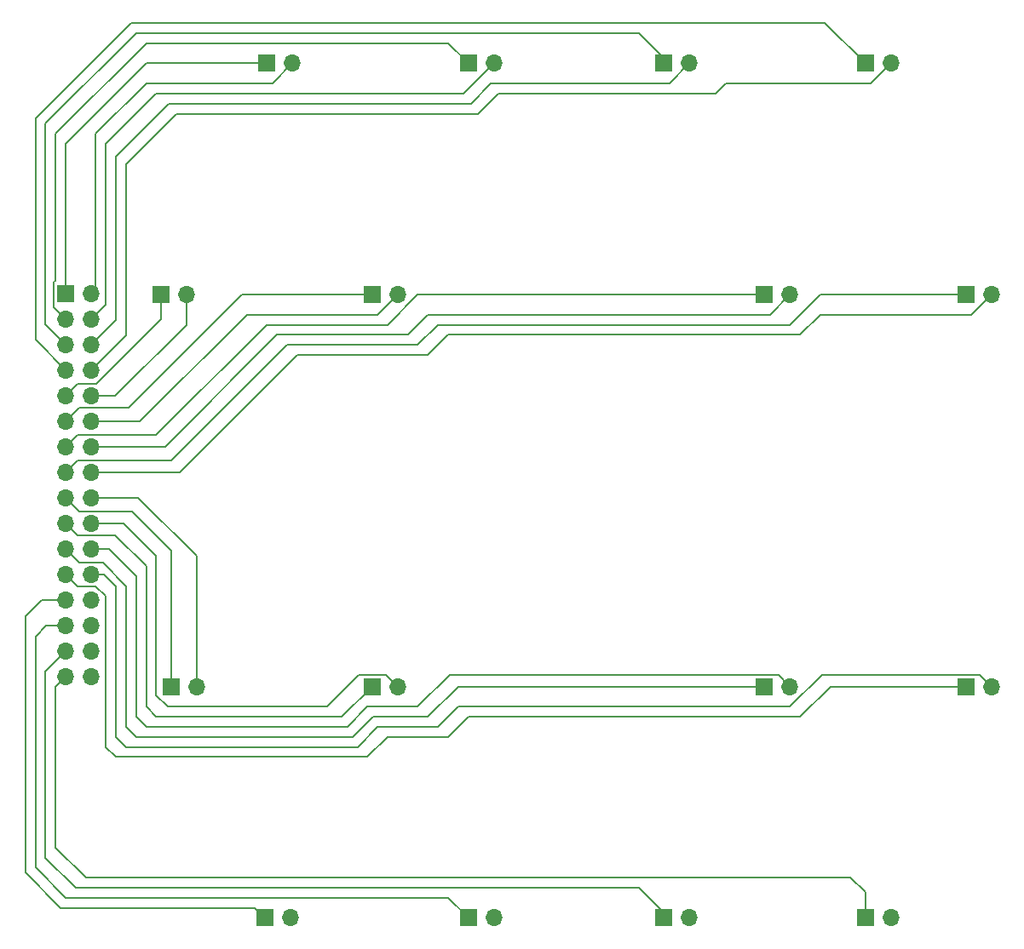
<source format=gbr>
%TF.GenerationSoftware,KiCad,Pcbnew,8.0.6*%
%TF.CreationDate,2025-01-23T15:03:01-05:00*%
%TF.ProjectId,MagneticActuationBoard,4d61676e-6574-4696-9341-637475617469,rev?*%
%TF.SameCoordinates,Original*%
%TF.FileFunction,Copper,L1,Top*%
%TF.FilePolarity,Positive*%
%FSLAX46Y46*%
G04 Gerber Fmt 4.6, Leading zero omitted, Abs format (unit mm)*
G04 Created by KiCad (PCBNEW 8.0.6) date 2025-01-23 15:03:01*
%MOMM*%
%LPD*%
G01*
G04 APERTURE LIST*
%TA.AperFunction,ComponentPad*%
%ADD10R,1.700000X1.700000*%
%TD*%
%TA.AperFunction,ComponentPad*%
%ADD11O,1.700000X1.700000*%
%TD*%
%TA.AperFunction,Conductor*%
%ADD12C,0.200000*%
%TD*%
G04 APERTURE END LIST*
D10*
%TO.P,J0,1,Pin_1*%
%TO.N,Net-(J0-Pin_1)*%
X136000000Y-85900000D03*
D11*
%TO.P,J0,2,Pin_2*%
%TO.N,Net-(J0-Pin_2)*%
X138540000Y-85900000D03*
%TO.P,J0,3,Pin_3*%
%TO.N,Net-(J0-Pin_3)*%
X136000000Y-88440000D03*
%TO.P,J0,4,Pin_4*%
%TO.N,Net-(J0-Pin_4)*%
X138540000Y-88440000D03*
%TO.P,J0,5,Pin_5*%
%TO.N,Net-(J0-Pin_5)*%
X136000000Y-90980000D03*
%TO.P,J0,6,Pin_6*%
%TO.N,Net-(J0-Pin_6)*%
X138540000Y-90980000D03*
%TO.P,J0,7,Pin_7*%
%TO.N,Net-(J0-Pin_7)*%
X136000000Y-93520000D03*
%TO.P,J0,8,Pin_8*%
%TO.N,Net-(J0-Pin_8)*%
X138540000Y-93520000D03*
%TO.P,J0,9,Pin_9*%
%TO.N,Net-(J0-Pin_9)*%
X136000000Y-96060000D03*
%TO.P,J0,10,Pin_10*%
%TO.N,Net-(J0-Pin_10)*%
X138540000Y-96060000D03*
%TO.P,J0,11,Pin_11*%
%TO.N,Net-(J0-Pin_11)*%
X136000000Y-98600000D03*
%TO.P,J0,12,Pin_12*%
%TO.N,Net-(J0-Pin_12)*%
X138540000Y-98600000D03*
%TO.P,J0,13,Pin_13*%
%TO.N,Net-(J0-Pin_13)*%
X136000000Y-101140000D03*
%TO.P,J0,14,Pin_14*%
%TO.N,Net-(J0-Pin_14)*%
X138540000Y-101140000D03*
%TO.P,J0,15,Pin_15*%
%TO.N,Net-(J0-Pin_15)*%
X136000000Y-103680000D03*
%TO.P,J0,16,Pin_16*%
%TO.N,Net-(J0-Pin_16)*%
X138540000Y-103680000D03*
%TO.P,J0,17,Pin_17*%
%TO.N,Net-(J0-Pin_17)*%
X136000000Y-106220000D03*
%TO.P,J0,18,Pin_18*%
%TO.N,Net-(J0-Pin_18)*%
X138540000Y-106220000D03*
%TO.P,J0,19,Pin_19*%
%TO.N,Net-(J0-Pin_19)*%
X136000000Y-108760000D03*
%TO.P,J0,20,Pin_20*%
%TO.N,Net-(J0-Pin_20)*%
X138540000Y-108760000D03*
%TO.P,J0,21,Pin_21*%
%TO.N,Net-(J0-Pin_21)*%
X136000000Y-111300000D03*
%TO.P,J0,22,Pin_22*%
%TO.N,Net-(J0-Pin_22)*%
X138540000Y-111300000D03*
%TO.P,J0,23,Pin_23*%
%TO.N,Net-(J0-Pin_23)*%
X136000000Y-113840000D03*
%TO.P,J0,24,Pin_24*%
%TO.N,Net-(J0-Pin_24)*%
X138540000Y-113840000D03*
%TO.P,J0,25,Pin_25*%
%TO.N,Net-(J0-Pin_25)*%
X136000000Y-116380000D03*
%TO.P,J0,26,Pin_26*%
%TO.N,Net-(J0-Pin_26)*%
X138540000Y-116380000D03*
%TO.P,J0,27,Pin_27*%
%TO.N,Net-(J0-Pin_27)*%
X136000000Y-118920000D03*
%TO.P,J0,28,Pin_28*%
%TO.N,Net-(J0-Pin_28)*%
X138540000Y-118920000D03*
%TO.P,J0,29,Pin_29*%
%TO.N,Net-(J0-Pin_29)*%
X136000000Y-121460000D03*
%TO.P,J0,30,Pin_30*%
%TO.N,Net-(J0-Pin_30)*%
X138540000Y-121460000D03*
%TO.P,J0,31,Pin_31*%
%TO.N,Net-(J0-Pin_31)*%
X136000000Y-124000000D03*
%TO.P,J0,32,Pin_32*%
%TO.N,Net-(J0-Pin_32)*%
X138540000Y-124000000D03*
%TD*%
D10*
%TO.P,J16,1,Pin_1*%
%TO.N,Net-(J0-Pin_31)*%
X215460000Y-148000000D03*
D11*
%TO.P,J16,2,Pin_2*%
%TO.N,Net-(J0-Pin_32)*%
X218000000Y-148000000D03*
%TD*%
D10*
%TO.P,J15,1,Pin_1*%
%TO.N,Net-(J0-Pin_29)*%
X195460000Y-148000000D03*
D11*
%TO.P,J15,2,Pin_2*%
%TO.N,Net-(J0-Pin_30)*%
X198000000Y-148000000D03*
%TD*%
D10*
%TO.P,J14,1,Pin_1*%
%TO.N,Net-(J0-Pin_27)*%
X176000000Y-148000000D03*
D11*
%TO.P,J14,2,Pin_2*%
%TO.N,Net-(J0-Pin_28)*%
X178540000Y-148000000D03*
%TD*%
D10*
%TO.P,J13,1,Pin_1*%
%TO.N,Net-(J0-Pin_25)*%
X155766668Y-148000000D03*
D11*
%TO.P,J13,2,Pin_2*%
%TO.N,Net-(J0-Pin_26)*%
X158306668Y-148000000D03*
%TD*%
%TO.P,J12,2,Pin_2*%
%TO.N,Net-(J0-Pin_24)*%
X228000000Y-125000000D03*
D10*
%TO.P,J12,1,Pin_1*%
%TO.N,Net-(J0-Pin_23)*%
X225460000Y-125000000D03*
%TD*%
%TO.P,J11,1,Pin_1*%
%TO.N,Net-(J0-Pin_21)*%
X205460000Y-125000000D03*
D11*
%TO.P,J11,2,Pin_2*%
%TO.N,Net-(J0-Pin_22)*%
X208000000Y-125000000D03*
%TD*%
%TO.P,J10,2,Pin_2*%
%TO.N,Net-(J0-Pin_20)*%
X169000000Y-125000000D03*
D10*
%TO.P,J10,1,Pin_1*%
%TO.N,Net-(J0-Pin_19)*%
X166460000Y-125000000D03*
%TD*%
%TO.P,J9,1,Pin_1*%
%TO.N,Net-(J0-Pin_17)*%
X146460000Y-125000000D03*
D11*
%TO.P,J9,2,Pin_2*%
%TO.N,Net-(J0-Pin_18)*%
X149000000Y-125000000D03*
%TD*%
%TO.P,J8,2,Pin_2*%
%TO.N,Net-(J0-Pin_16)*%
X228000000Y-86000000D03*
D10*
%TO.P,J8,1,Pin_1*%
%TO.N,Net-(J0-Pin_15)*%
X225460000Y-86000000D03*
%TD*%
%TO.P,J7,1,Pin_1*%
%TO.N,Net-(J0-Pin_13)*%
X205460000Y-86000000D03*
D11*
%TO.P,J7,2,Pin_2*%
%TO.N,Net-(J0-Pin_14)*%
X208000000Y-86000000D03*
%TD*%
D10*
%TO.P,J6,1,Pin_1*%
%TO.N,Net-(J0-Pin_11)*%
X166460000Y-86000000D03*
D11*
%TO.P,J6,2,Pin_2*%
%TO.N,Net-(J0-Pin_12)*%
X169000000Y-86000000D03*
%TD*%
D10*
%TO.P,J5,1,Pin_1*%
%TO.N,Net-(J0-Pin_9)*%
X145460000Y-86000000D03*
D11*
%TO.P,J5,2,Pin_2*%
%TO.N,Net-(J0-Pin_10)*%
X148000000Y-86000000D03*
%TD*%
D10*
%TO.P,J4,1,Pin_1*%
%TO.N,Net-(J0-Pin_7)*%
X215460000Y-63000000D03*
D11*
%TO.P,J4,2,Pin_2*%
%TO.N,Net-(J0-Pin_8)*%
X218000000Y-63000000D03*
%TD*%
D10*
%TO.P,J3,1,Pin_1*%
%TO.N,Net-(J0-Pin_5)*%
X195460000Y-63000000D03*
D11*
%TO.P,J3,2,Pin_2*%
%TO.N,Net-(J0-Pin_6)*%
X198000000Y-63000000D03*
%TD*%
D10*
%TO.P,J2,1,Pin_1*%
%TO.N,Net-(J0-Pin_3)*%
X176000000Y-63000000D03*
D11*
%TO.P,J2,2,Pin_2*%
%TO.N,Net-(J0-Pin_4)*%
X178540000Y-63000000D03*
%TD*%
%TO.P,J1,2,Pin_2*%
%TO.N,Net-(J0-Pin_2)*%
X158540000Y-63000000D03*
D10*
%TO.P,J1,1,Pin_1*%
%TO.N,Net-(J0-Pin_1)*%
X156000000Y-63000000D03*
%TD*%
D12*
%TO.N,Net-(J0-Pin_1)*%
X136000000Y-71000000D02*
X136000000Y-85900000D01*
X144000000Y-63000000D02*
X136000000Y-71000000D01*
X156000000Y-63000000D02*
X144000000Y-63000000D01*
%TO.N,Net-(J0-Pin_3)*%
X134850000Y-87290000D02*
X136000000Y-88440000D01*
X135000000Y-70000000D02*
X135000000Y-84600000D01*
X174000000Y-61000000D02*
X144000000Y-61000000D01*
X144000000Y-61000000D02*
X135000000Y-70000000D01*
X135000000Y-84600000D02*
X134850000Y-84750000D01*
X134850000Y-84750000D02*
X134850000Y-87290000D01*
X176000000Y-63000000D02*
X174000000Y-61000000D01*
%TO.N,Net-(J0-Pin_5)*%
X143000000Y-60000000D02*
X134000000Y-69000000D01*
X193000000Y-60000000D02*
X143000000Y-60000000D01*
X134000000Y-88980000D02*
X136000000Y-90980000D01*
X195460000Y-62460000D02*
X193000000Y-60000000D01*
X195460000Y-63000000D02*
X195460000Y-62460000D01*
X134000000Y-69000000D02*
X134000000Y-88980000D01*
%TO.N,Net-(J0-Pin_7)*%
X133000000Y-90520000D02*
X136000000Y-93520000D01*
X142500000Y-59000000D02*
X133000000Y-68500000D01*
X133000000Y-68500000D02*
X133000000Y-90520000D01*
X211460000Y-59000000D02*
X142500000Y-59000000D01*
X215460000Y-63000000D02*
X211460000Y-59000000D01*
%TO.N,Net-(J0-Pin_13)*%
X137150000Y-99990000D02*
X136000000Y-101140000D01*
X156000000Y-89000000D02*
X145010000Y-99990000D01*
X168000000Y-89000000D02*
X156000000Y-89000000D01*
X145010000Y-99990000D02*
X137150000Y-99990000D01*
X205460000Y-86000000D02*
X171000000Y-86000000D01*
X171000000Y-86000000D02*
X168000000Y-89000000D01*
%TO.N,Net-(J0-Pin_12)*%
X154000000Y-88000000D02*
X143400000Y-98600000D01*
X167000000Y-88000000D02*
X154000000Y-88000000D01*
X143400000Y-98600000D02*
X138540000Y-98600000D01*
X169000000Y-86000000D02*
X167000000Y-88000000D01*
%TO.N,Net-(J0-Pin_11)*%
X137390000Y-97210000D02*
X136000000Y-98600000D01*
X142290000Y-97210000D02*
X137390000Y-97210000D01*
X153500000Y-86000000D02*
X142290000Y-97210000D01*
X166460000Y-86000000D02*
X153500000Y-86000000D01*
%TO.N,Net-(J0-Pin_25)*%
X132000000Y-143500000D02*
X132000000Y-118000000D01*
X133620000Y-116380000D02*
X136000000Y-116380000D01*
X135500000Y-147000000D02*
X132000000Y-143500000D01*
X132000000Y-118000000D02*
X133620000Y-116380000D01*
X154766668Y-147000000D02*
X135500000Y-147000000D01*
X155766668Y-148000000D02*
X154766668Y-147000000D01*
%TO.N,Net-(J0-Pin_27)*%
X176000000Y-148000000D02*
X174000000Y-146000000D01*
%TO.N,Net-(J0-Pin_23)*%
X137150000Y-114990000D02*
X136000000Y-113840000D01*
X140000000Y-116000000D02*
X138990000Y-114990000D01*
X140000000Y-131000000D02*
X140000000Y-116000000D01*
X141000000Y-132000000D02*
X140000000Y-131000000D01*
X166000000Y-132000000D02*
X141000000Y-132000000D01*
X176000000Y-128000000D02*
X174000000Y-130000000D01*
X209000000Y-128000000D02*
X176000000Y-128000000D01*
X174000000Y-130000000D02*
X168000000Y-130000000D01*
X212000000Y-125000000D02*
X209000000Y-128000000D01*
X138990000Y-114990000D02*
X137150000Y-114990000D01*
X225460000Y-125000000D02*
X212000000Y-125000000D01*
X168000000Y-130000000D02*
X166000000Y-132000000D01*
%TO.N,Net-(J0-Pin_22)*%
X140300000Y-111300000D02*
X138540000Y-111300000D01*
X143000000Y-114000000D02*
X140300000Y-111300000D01*
X143000000Y-128000000D02*
X143000000Y-114000000D01*
X144000000Y-129000000D02*
X143000000Y-128000000D01*
X171000000Y-127000000D02*
X166000000Y-127000000D01*
X164000000Y-129000000D02*
X144000000Y-129000000D01*
X174150000Y-123850000D02*
X171000000Y-127000000D01*
X166000000Y-127000000D02*
X164000000Y-129000000D01*
X206850000Y-123850000D02*
X174150000Y-123850000D01*
X208000000Y-125000000D02*
X206850000Y-123850000D01*
%TO.N,Net-(J0-Pin_19)*%
X137150000Y-109910000D02*
X136000000Y-108760000D01*
X140910000Y-109910000D02*
X137150000Y-109910000D01*
X144000000Y-127000000D02*
X144000000Y-113000000D01*
X144000000Y-113000000D02*
X140910000Y-109910000D01*
X163460000Y-128000000D02*
X145000000Y-128000000D01*
X145000000Y-128000000D02*
X144000000Y-127000000D01*
X166460000Y-125000000D02*
X163460000Y-128000000D01*
%TO.N,Net-(J0-Pin_20)*%
X141760000Y-108760000D02*
X138540000Y-108760000D01*
X145000000Y-125840000D02*
X145000000Y-112000000D01*
X145000000Y-112000000D02*
X141760000Y-108760000D01*
X146160000Y-127000000D02*
X145000000Y-125840000D01*
X167850000Y-123850000D02*
X165150000Y-123850000D01*
X162000000Y-127000000D02*
X146160000Y-127000000D01*
X169000000Y-125000000D02*
X167850000Y-123850000D01*
X165150000Y-123850000D02*
X162000000Y-127000000D01*
%TO.N,Net-(J0-Pin_17)*%
X137390000Y-107610000D02*
X136000000Y-106220000D01*
X142610000Y-107610000D02*
X137390000Y-107610000D01*
X146460000Y-111460000D02*
X142610000Y-107610000D01*
X146460000Y-125000000D02*
X146460000Y-111460000D01*
%TO.N,Net-(J0-Pin_18)*%
X143220000Y-106220000D02*
X138540000Y-106220000D01*
X149000000Y-112000000D02*
X143220000Y-106220000D01*
X149000000Y-125000000D02*
X149000000Y-112000000D01*
%TO.N,Net-(J0-Pin_24)*%
X139840000Y-113840000D02*
X138540000Y-113840000D01*
X141000000Y-115000000D02*
X139840000Y-113840000D01*
X141000000Y-130000000D02*
X141000000Y-115000000D01*
X142000000Y-131000000D02*
X141000000Y-130000000D01*
X165000000Y-131000000D02*
X142000000Y-131000000D01*
X167000000Y-129000000D02*
X165000000Y-131000000D01*
X175000000Y-127000000D02*
X173000000Y-129000000D01*
X208000000Y-127000000D02*
X175000000Y-127000000D01*
X173000000Y-129000000D02*
X167000000Y-129000000D01*
X226850000Y-123850000D02*
X211150000Y-123850000D01*
X211150000Y-123850000D02*
X208000000Y-127000000D01*
X228000000Y-125000000D02*
X226850000Y-123850000D01*
%TO.N,Net-(J0-Pin_21)*%
X139690000Y-112690000D02*
X137390000Y-112690000D01*
X137390000Y-112690000D02*
X136000000Y-111300000D01*
X142000000Y-115000000D02*
X139690000Y-112690000D01*
X143000000Y-130000000D02*
X142000000Y-129000000D01*
X164565686Y-130000000D02*
X143000000Y-130000000D01*
X142000000Y-129000000D02*
X142000000Y-115000000D01*
X166565686Y-128000000D02*
X164565686Y-130000000D01*
X172000000Y-128000000D02*
X166565686Y-128000000D01*
X205460000Y-125000000D02*
X175000000Y-125000000D01*
X175000000Y-125000000D02*
X172000000Y-128000000D01*
%TO.N,Net-(J0-Pin_2)*%
X139000000Y-85440000D02*
X138540000Y-85900000D01*
X139000000Y-70000000D02*
X139000000Y-85440000D01*
X156540000Y-65000000D02*
X144000000Y-65000000D01*
X144000000Y-65000000D02*
X139000000Y-70000000D01*
X158540000Y-63000000D02*
X156540000Y-65000000D01*
%TO.N,Net-(J0-Pin_16)*%
X147320000Y-103680000D02*
X138540000Y-103680000D01*
X159000000Y-92000000D02*
X147320000Y-103680000D01*
X174000000Y-90000000D02*
X172000000Y-92000000D01*
X172000000Y-92000000D02*
X159000000Y-92000000D01*
X209000000Y-90000000D02*
X174000000Y-90000000D01*
X211000000Y-88000000D02*
X209000000Y-90000000D01*
X226000000Y-88000000D02*
X211000000Y-88000000D01*
X228000000Y-86000000D02*
X226000000Y-88000000D01*
%TO.N,Net-(J0-Pin_15)*%
X137150000Y-102530000D02*
X136000000Y-103680000D01*
X158000000Y-91000000D02*
X146470000Y-102530000D01*
X146470000Y-102530000D02*
X137150000Y-102530000D01*
X208000000Y-89000000D02*
X173000000Y-89000000D01*
X173000000Y-89000000D02*
X171000000Y-91000000D01*
X171000000Y-91000000D02*
X158000000Y-91000000D01*
X211000000Y-86000000D02*
X208000000Y-89000000D01*
X225460000Y-86000000D02*
X211000000Y-86000000D01*
%TO.N,Net-(J0-Pin_14)*%
X145860000Y-101140000D02*
X138540000Y-101140000D01*
X170000000Y-90000000D02*
X157000000Y-90000000D01*
X206000000Y-88000000D02*
X172000000Y-88000000D01*
X157000000Y-90000000D02*
X145860000Y-101140000D01*
X208000000Y-86000000D02*
X206000000Y-88000000D01*
X172000000Y-88000000D02*
X170000000Y-90000000D01*
%TO.N,Net-(J0-Pin_10)*%
X140940000Y-96060000D02*
X138540000Y-96060000D01*
X148000000Y-86000000D02*
X148000000Y-89000000D01*
X148000000Y-89000000D02*
X140940000Y-96060000D01*
%TO.N,Net-(J0-Pin_9)*%
X139016346Y-94910000D02*
X137150000Y-94910000D01*
X137150000Y-94910000D02*
X136000000Y-96060000D01*
X145460000Y-88466346D02*
X139016346Y-94910000D01*
X145460000Y-86000000D02*
X145460000Y-88466346D01*
%TO.N,Net-(J0-Pin_4)*%
X140000000Y-87000000D02*
X139980000Y-87000000D01*
X140000000Y-71000000D02*
X140000000Y-87000000D01*
X145000000Y-66000000D02*
X140000000Y-71000000D01*
X175540000Y-66000000D02*
X145000000Y-66000000D01*
X139980000Y-87000000D02*
X138540000Y-88440000D01*
X178540000Y-63000000D02*
X175540000Y-66000000D01*
%TO.N,Net-(J0-Pin_8)*%
X142000000Y-90060000D02*
X138540000Y-93520000D01*
X200626346Y-66000000D02*
X179000000Y-66000000D01*
X147000000Y-68000000D02*
X142000000Y-73000000D01*
X201626346Y-65000000D02*
X200626346Y-66000000D01*
X142000000Y-73000000D02*
X142000000Y-90060000D01*
X216000000Y-65000000D02*
X201626346Y-65000000D01*
X218000000Y-63000000D02*
X216000000Y-65000000D01*
X179000000Y-66000000D02*
X177000000Y-68000000D01*
X177000000Y-68000000D02*
X147000000Y-68000000D01*
%TO.N,Net-(J0-Pin_6)*%
X141000000Y-72250000D02*
X141000000Y-88520000D01*
X146250000Y-67000000D02*
X141000000Y-72250000D01*
X176285254Y-67000000D02*
X146250000Y-67000000D01*
X141000000Y-88520000D02*
X138540000Y-90980000D01*
X178285254Y-65000000D02*
X176285254Y-67000000D01*
X196000000Y-65000000D02*
X178285254Y-65000000D01*
X198000000Y-63000000D02*
X196000000Y-65000000D01*
%TO.N,Net-(J0-Pin_27)*%
X133000000Y-120000000D02*
X134080000Y-118920000D01*
X134080000Y-118920000D02*
X136000000Y-118920000D01*
X136000000Y-146000000D02*
X133000000Y-143000000D01*
X133000000Y-143000000D02*
X133000000Y-120000000D01*
X174000000Y-146000000D02*
X136000000Y-146000000D01*
%TO.N,Net-(J0-Pin_29)*%
X195460000Y-148000000D02*
X195460000Y-147460000D01*
X195460000Y-147460000D02*
X193000000Y-145000000D01*
X193000000Y-145000000D02*
X137000000Y-145000000D01*
X134000000Y-123460000D02*
X136000000Y-121460000D01*
X134000000Y-142000000D02*
X134000000Y-123460000D01*
X137000000Y-145000000D02*
X134000000Y-142000000D01*
%TO.N,Net-(J0-Pin_31)*%
X215460000Y-148000000D02*
X215460000Y-145460000D01*
X135000000Y-125000000D02*
X136000000Y-124000000D01*
X215460000Y-145460000D02*
X214000000Y-144000000D01*
X214000000Y-144000000D02*
X138000000Y-144000000D01*
X138000000Y-144000000D02*
X135000000Y-141000000D01*
X135000000Y-141000000D02*
X135000000Y-125000000D01*
%TD*%
M02*

</source>
